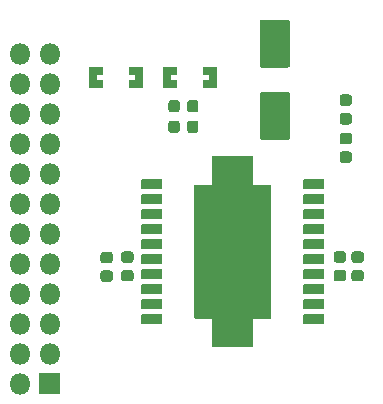
<source format=gbr>
%TF.GenerationSoftware,KiCad,Pcbnew,5.99.0-unknown-ad88874~101~ubuntu20.04.1*%
%TF.CreationDate,2020-05-19T21:45:09-04:00*%
%TF.ProjectId,L6205,4c363230-352e-46b6-9963-61645f706362,rev?*%
%TF.SameCoordinates,Original*%
%TF.FileFunction,Soldermask,Top*%
%TF.FilePolarity,Negative*%
%FSLAX46Y46*%
G04 Gerber Fmt 4.6, Leading zero omitted, Abs format (unit mm)*
G04 Created by KiCad (PCBNEW 5.99.0-unknown-ad88874~101~ubuntu20.04.1) date 2020-05-19 21:45:09*
%MOMM*%
%LPD*%
G01*
G04 APERTURE LIST*
%ADD10O,1.800000X1.800000*%
G04 APERTURE END LIST*
%TO.C,J1*%
G36*
G01*
X107834000Y-130468000D02*
X107834000Y-132168000D01*
G75*
G02*
X107784000Y-132218000I-50000J0D01*
G01*
X106084000Y-132218000D01*
G75*
G02*
X106034000Y-132168000I0J50000D01*
G01*
X106034000Y-130468000D01*
G75*
G02*
X106084000Y-130418000I50000J0D01*
G01*
X107784000Y-130418000D01*
G75*
G02*
X107834000Y-130468000I0J-50000D01*
G01*
G37*
D10*
X104394000Y-131318000D03*
X106934000Y-128778000D03*
X104394000Y-128778000D03*
X106934000Y-126238000D03*
X104394000Y-126238000D03*
X106934000Y-123698000D03*
X104394000Y-123698000D03*
X106934000Y-121158000D03*
X104394000Y-121158000D03*
X106934000Y-118618000D03*
X104394000Y-118618000D03*
X106934000Y-116078000D03*
X104394000Y-116078000D03*
X106934000Y-113538000D03*
X104394000Y-113538000D03*
X106934000Y-110998000D03*
X104394000Y-110998000D03*
X106934000Y-108458000D03*
X104394000Y-108458000D03*
X106934000Y-105918000D03*
X104394000Y-105918000D03*
X106934000Y-103378000D03*
X104394000Y-103378000D03*
%TD*%
%TO.C,U1*%
G36*
G01*
X114678000Y-114771502D02*
X114678000Y-114071502D01*
G75*
G02*
X114728000Y-114021502I50000J0D01*
G01*
X116428000Y-114021502D01*
G75*
G02*
X116478000Y-114071502I0J-50000D01*
G01*
X116478000Y-114771502D01*
G75*
G02*
X116428000Y-114821502I-50000J0D01*
G01*
X114728000Y-114821502D01*
G75*
G02*
X114678000Y-114771502I0J50000D01*
G01*
G37*
G36*
G01*
X119178000Y-125771502D02*
X119178000Y-114501502D01*
G75*
G02*
X119228000Y-114451502I50000J0D01*
G01*
X125628000Y-114451502D01*
G75*
G02*
X125678000Y-114501502I0J-50000D01*
G01*
X125678000Y-125771502D01*
G75*
G02*
X125628000Y-125821502I-50000J0D01*
G01*
X119228000Y-125821502D01*
G75*
G02*
X119178000Y-125771502I0J50000D01*
G01*
G37*
G36*
G01*
X114678000Y-116041502D02*
X114678000Y-115341502D01*
G75*
G02*
X114728000Y-115291502I50000J0D01*
G01*
X116428000Y-115291502D01*
G75*
G02*
X116478000Y-115341502I0J-50000D01*
G01*
X116478000Y-116041502D01*
G75*
G02*
X116428000Y-116091502I-50000J0D01*
G01*
X114728000Y-116091502D01*
G75*
G02*
X114678000Y-116041502I0J50000D01*
G01*
G37*
G36*
G01*
X114678000Y-117311502D02*
X114678000Y-116611502D01*
G75*
G02*
X114728000Y-116561502I50000J0D01*
G01*
X116428000Y-116561502D01*
G75*
G02*
X116478000Y-116611502I0J-50000D01*
G01*
X116478000Y-117311502D01*
G75*
G02*
X116428000Y-117361502I-50000J0D01*
G01*
X114728000Y-117361502D01*
G75*
G02*
X114678000Y-117311502I0J50000D01*
G01*
G37*
G36*
G01*
X114678000Y-118581502D02*
X114678000Y-117881502D01*
G75*
G02*
X114728000Y-117831502I50000J0D01*
G01*
X116428000Y-117831502D01*
G75*
G02*
X116478000Y-117881502I0J-50000D01*
G01*
X116478000Y-118581502D01*
G75*
G02*
X116428000Y-118631502I-50000J0D01*
G01*
X114728000Y-118631502D01*
G75*
G02*
X114678000Y-118581502I0J50000D01*
G01*
G37*
G36*
G01*
X114678000Y-119851502D02*
X114678000Y-119151502D01*
G75*
G02*
X114728000Y-119101502I50000J0D01*
G01*
X116428000Y-119101502D01*
G75*
G02*
X116478000Y-119151502I0J-50000D01*
G01*
X116478000Y-119851502D01*
G75*
G02*
X116428000Y-119901502I-50000J0D01*
G01*
X114728000Y-119901502D01*
G75*
G02*
X114678000Y-119851502I0J50000D01*
G01*
G37*
G36*
G01*
X114678000Y-121121502D02*
X114678000Y-120421502D01*
G75*
G02*
X114728000Y-120371502I50000J0D01*
G01*
X116428000Y-120371502D01*
G75*
G02*
X116478000Y-120421502I0J-50000D01*
G01*
X116478000Y-121121502D01*
G75*
G02*
X116428000Y-121171502I-50000J0D01*
G01*
X114728000Y-121171502D01*
G75*
G02*
X114678000Y-121121502I0J50000D01*
G01*
G37*
G36*
G01*
X114678000Y-122391502D02*
X114678000Y-121691502D01*
G75*
G02*
X114728000Y-121641502I50000J0D01*
G01*
X116428000Y-121641502D01*
G75*
G02*
X116478000Y-121691502I0J-50000D01*
G01*
X116478000Y-122391502D01*
G75*
G02*
X116428000Y-122441502I-50000J0D01*
G01*
X114728000Y-122441502D01*
G75*
G02*
X114678000Y-122391502I0J50000D01*
G01*
G37*
G36*
G01*
X114678000Y-123661502D02*
X114678000Y-122961502D01*
G75*
G02*
X114728000Y-122911502I50000J0D01*
G01*
X116428000Y-122911502D01*
G75*
G02*
X116478000Y-122961502I0J-50000D01*
G01*
X116478000Y-123661502D01*
G75*
G02*
X116428000Y-123711502I-50000J0D01*
G01*
X114728000Y-123711502D01*
G75*
G02*
X114678000Y-123661502I0J50000D01*
G01*
G37*
G36*
G01*
X114678000Y-124931502D02*
X114678000Y-124231502D01*
G75*
G02*
X114728000Y-124181502I50000J0D01*
G01*
X116428000Y-124181502D01*
G75*
G02*
X116478000Y-124231502I0J-50000D01*
G01*
X116478000Y-124931502D01*
G75*
G02*
X116428000Y-124981502I-50000J0D01*
G01*
X114728000Y-124981502D01*
G75*
G02*
X114678000Y-124931502I0J50000D01*
G01*
G37*
G36*
G01*
X114678000Y-126201502D02*
X114678000Y-125501502D01*
G75*
G02*
X114728000Y-125451502I50000J0D01*
G01*
X116428000Y-125451502D01*
G75*
G02*
X116478000Y-125501502I0J-50000D01*
G01*
X116478000Y-126201502D01*
G75*
G02*
X116428000Y-126251502I-50000J0D01*
G01*
X114728000Y-126251502D01*
G75*
G02*
X114678000Y-126201502I0J50000D01*
G01*
G37*
G36*
G01*
X128378000Y-126201502D02*
X128378000Y-125501502D01*
G75*
G02*
X128428000Y-125451502I50000J0D01*
G01*
X130128000Y-125451502D01*
G75*
G02*
X130178000Y-125501502I0J-50000D01*
G01*
X130178000Y-126201502D01*
G75*
G02*
X130128000Y-126251502I-50000J0D01*
G01*
X128428000Y-126251502D01*
G75*
G02*
X128378000Y-126201502I0J50000D01*
G01*
G37*
G36*
G01*
X128378000Y-124931502D02*
X128378000Y-124231502D01*
G75*
G02*
X128428000Y-124181502I50000J0D01*
G01*
X130128000Y-124181502D01*
G75*
G02*
X130178000Y-124231502I0J-50000D01*
G01*
X130178000Y-124931502D01*
G75*
G02*
X130128000Y-124981502I-50000J0D01*
G01*
X128428000Y-124981502D01*
G75*
G02*
X128378000Y-124931502I0J50000D01*
G01*
G37*
G36*
G01*
X128378000Y-123661502D02*
X128378000Y-122961502D01*
G75*
G02*
X128428000Y-122911502I50000J0D01*
G01*
X130128000Y-122911502D01*
G75*
G02*
X130178000Y-122961502I0J-50000D01*
G01*
X130178000Y-123661502D01*
G75*
G02*
X130128000Y-123711502I-50000J0D01*
G01*
X128428000Y-123711502D01*
G75*
G02*
X128378000Y-123661502I0J50000D01*
G01*
G37*
G36*
G01*
X128378000Y-122391502D02*
X128378000Y-121691502D01*
G75*
G02*
X128428000Y-121641502I50000J0D01*
G01*
X130128000Y-121641502D01*
G75*
G02*
X130178000Y-121691502I0J-50000D01*
G01*
X130178000Y-122391502D01*
G75*
G02*
X130128000Y-122441502I-50000J0D01*
G01*
X128428000Y-122441502D01*
G75*
G02*
X128378000Y-122391502I0J50000D01*
G01*
G37*
G36*
G01*
X128378000Y-121121502D02*
X128378000Y-120421502D01*
G75*
G02*
X128428000Y-120371502I50000J0D01*
G01*
X130128000Y-120371502D01*
G75*
G02*
X130178000Y-120421502I0J-50000D01*
G01*
X130178000Y-121121502D01*
G75*
G02*
X130128000Y-121171502I-50000J0D01*
G01*
X128428000Y-121171502D01*
G75*
G02*
X128378000Y-121121502I0J50000D01*
G01*
G37*
G36*
G01*
X128378000Y-119851502D02*
X128378000Y-119151502D01*
G75*
G02*
X128428000Y-119101502I50000J0D01*
G01*
X130128000Y-119101502D01*
G75*
G02*
X130178000Y-119151502I0J-50000D01*
G01*
X130178000Y-119851502D01*
G75*
G02*
X130128000Y-119901502I-50000J0D01*
G01*
X128428000Y-119901502D01*
G75*
G02*
X128378000Y-119851502I0J50000D01*
G01*
G37*
G36*
G01*
X128378000Y-118581502D02*
X128378000Y-117881502D01*
G75*
G02*
X128428000Y-117831502I50000J0D01*
G01*
X130128000Y-117831502D01*
G75*
G02*
X130178000Y-117881502I0J-50000D01*
G01*
X130178000Y-118581502D01*
G75*
G02*
X130128000Y-118631502I-50000J0D01*
G01*
X128428000Y-118631502D01*
G75*
G02*
X128378000Y-118581502I0J50000D01*
G01*
G37*
G36*
G01*
X128378000Y-117311502D02*
X128378000Y-116611502D01*
G75*
G02*
X128428000Y-116561502I50000J0D01*
G01*
X130128000Y-116561502D01*
G75*
G02*
X130178000Y-116611502I0J-50000D01*
G01*
X130178000Y-117311502D01*
G75*
G02*
X130128000Y-117361502I-50000J0D01*
G01*
X128428000Y-117361502D01*
G75*
G02*
X128378000Y-117311502I0J50000D01*
G01*
G37*
G36*
G01*
X128378000Y-116041502D02*
X128378000Y-115341502D01*
G75*
G02*
X128428000Y-115291502I50000J0D01*
G01*
X130128000Y-115291502D01*
G75*
G02*
X130178000Y-115341502I0J-50000D01*
G01*
X130178000Y-116041502D01*
G75*
G02*
X130128000Y-116091502I-50000J0D01*
G01*
X128428000Y-116091502D01*
G75*
G02*
X128378000Y-116041502I0J50000D01*
G01*
G37*
G36*
G01*
X128378000Y-114771502D02*
X128378000Y-114071502D01*
G75*
G02*
X128428000Y-114021502I50000J0D01*
G01*
X130128000Y-114021502D01*
G75*
G02*
X130178000Y-114071502I0J-50000D01*
G01*
X130178000Y-114771502D01*
G75*
G02*
X130128000Y-114821502I-50000J0D01*
G01*
X128428000Y-114821502D01*
G75*
G02*
X128378000Y-114771502I0J50000D01*
G01*
G37*
G36*
G01*
X120678000Y-114501502D02*
X120678000Y-112086502D01*
G75*
G02*
X120728000Y-112036502I50000J0D01*
G01*
X124128000Y-112036502D01*
G75*
G02*
X124178000Y-112086502I0J-50000D01*
G01*
X124178000Y-114501502D01*
G75*
G02*
X124128000Y-114551502I-50000J0D01*
G01*
X120728000Y-114551502D01*
G75*
G02*
X120678000Y-114501502I0J50000D01*
G01*
G37*
G36*
G01*
X120678000Y-128186502D02*
X120678000Y-125771502D01*
G75*
G02*
X120728000Y-125721502I50000J0D01*
G01*
X124128000Y-125721502D01*
G75*
G02*
X124178000Y-125771502I0J-50000D01*
G01*
X124178000Y-128186502D01*
G75*
G02*
X124128000Y-128236502I-50000J0D01*
G01*
X120728000Y-128236502D01*
G75*
G02*
X120678000Y-128186502I0J50000D01*
G01*
G37*
%TD*%
%TO.C,D2*%
G36*
X116510908Y-106242676D02*
G01*
X116500000Y-106211502D01*
X116500001Y-104561502D01*
X116518827Y-104522410D01*
X116550001Y-104511502D01*
X117650000Y-104511503D01*
X117689092Y-104530329D01*
X117700000Y-104561503D01*
X117700000Y-105136503D01*
X117681174Y-105175595D01*
X117650000Y-105186503D01*
X117200000Y-105186503D01*
X117200000Y-105586502D01*
X117650000Y-105586502D01*
X117689092Y-105605328D01*
X117700000Y-105636502D01*
X117699999Y-106211502D01*
X117681173Y-106250594D01*
X117649999Y-106261502D01*
X116550000Y-106261502D01*
X116510908Y-106242676D01*
G37*
G36*
X121089092Y-104530328D02*
G01*
X121100000Y-104561502D01*
X121100000Y-106211502D01*
X121081174Y-106250594D01*
X121050000Y-106261502D01*
X119950000Y-106261502D01*
X119910908Y-106242676D01*
X119900000Y-106211502D01*
X119900000Y-105636502D01*
X119918826Y-105597410D01*
X119950000Y-105586502D01*
X120400000Y-105586502D01*
X120400000Y-105186502D01*
X119950000Y-105186502D01*
X119910908Y-105167676D01*
X119900000Y-105136502D01*
X119900000Y-104561502D01*
X119918826Y-104522410D01*
X119950000Y-104511502D01*
X121050000Y-104511502D01*
X121089092Y-104530328D01*
G37*
%TD*%
%TO.C,D1*%
G36*
X110260908Y-106242676D02*
G01*
X110250000Y-106211502D01*
X110250001Y-104561502D01*
X110268827Y-104522410D01*
X110300001Y-104511502D01*
X111400000Y-104511503D01*
X111439092Y-104530329D01*
X111450000Y-104561503D01*
X111450000Y-105136503D01*
X111431174Y-105175595D01*
X111400000Y-105186503D01*
X110950000Y-105186503D01*
X110950000Y-105586502D01*
X111400000Y-105586502D01*
X111439092Y-105605328D01*
X111450000Y-105636502D01*
X111449999Y-106211502D01*
X111431173Y-106250594D01*
X111399999Y-106261502D01*
X110300000Y-106261502D01*
X110260908Y-106242676D01*
G37*
G36*
X114839092Y-104530328D02*
G01*
X114850000Y-104561502D01*
X114850000Y-106211502D01*
X114831174Y-106250594D01*
X114800000Y-106261502D01*
X113700000Y-106261502D01*
X113660908Y-106242676D01*
X113650000Y-106211502D01*
X113650000Y-105636502D01*
X113668826Y-105597410D01*
X113700000Y-105586502D01*
X114150000Y-105586502D01*
X114150000Y-105186502D01*
X113700000Y-105186502D01*
X113660908Y-105167676D01*
X113650000Y-105136502D01*
X113650000Y-104561502D01*
X113668826Y-104522410D01*
X113700000Y-104511502D01*
X114800000Y-104511502D01*
X114839092Y-104530328D01*
G37*
%TD*%
%TO.C,C4*%
G36*
G01*
X127040000Y-110686502D02*
X124960000Y-110686502D01*
G75*
G02*
X124700000Y-110426502I0J260000D01*
G01*
X124700000Y-106846502D01*
G75*
G02*
X124960000Y-106586502I260000J0D01*
G01*
X127040000Y-106586502D01*
G75*
G02*
X127300000Y-106846502I0J-260000D01*
G01*
X127300000Y-110426502D01*
G75*
G02*
X127040000Y-110686502I-260000J0D01*
G01*
G37*
G36*
G01*
X127040000Y-104586502D02*
X124960000Y-104586502D01*
G75*
G02*
X124700000Y-104326502I0J260000D01*
G01*
X124700000Y-100746502D01*
G75*
G02*
X124960000Y-100486502I260000J0D01*
G01*
X127040000Y-100486502D01*
G75*
G02*
X127300000Y-100746502I0J-260000D01*
G01*
X127300000Y-104326502D01*
G75*
G02*
X127040000Y-104586502I-260000J0D01*
G01*
G37*
%TD*%
%TO.C,R3*%
G36*
G01*
X119525000Y-107539252D02*
X119525000Y-108101752D01*
G75*
G02*
X119281250Y-108345502I-243750J0D01*
G01*
X118793750Y-108345502D01*
G75*
G02*
X118550000Y-108101752I0J243750D01*
G01*
X118550000Y-107539252D01*
G75*
G02*
X118793750Y-107295502I243750J0D01*
G01*
X119281250Y-107295502D01*
G75*
G02*
X119525000Y-107539252I0J-243750D01*
G01*
G37*
G36*
G01*
X117950000Y-107539252D02*
X117950000Y-108101752D01*
G75*
G02*
X117706250Y-108345502I-243750J0D01*
G01*
X117218750Y-108345502D01*
G75*
G02*
X116975000Y-108101752I0J243750D01*
G01*
X116975000Y-107539252D01*
G75*
G02*
X117218750Y-107295502I243750J0D01*
G01*
X117706250Y-107295502D01*
G75*
G02*
X117950000Y-107539252I0J-243750D01*
G01*
G37*
%TD*%
%TO.C,R2*%
G36*
G01*
X133281250Y-122661502D02*
X132718750Y-122661502D01*
G75*
G02*
X132475000Y-122417752I0J243750D01*
G01*
X132475000Y-121930252D01*
G75*
G02*
X132718750Y-121686502I243750J0D01*
G01*
X133281250Y-121686502D01*
G75*
G02*
X133525000Y-121930252I0J-243750D01*
G01*
X133525000Y-122417752D01*
G75*
G02*
X133281250Y-122661502I-243750J0D01*
G01*
G37*
G36*
G01*
X133281250Y-121086502D02*
X132718750Y-121086502D01*
G75*
G02*
X132475000Y-120842752I0J243750D01*
G01*
X132475000Y-120355252D01*
G75*
G02*
X132718750Y-120111502I243750J0D01*
G01*
X133281250Y-120111502D01*
G75*
G02*
X133525000Y-120355252I0J-243750D01*
G01*
X133525000Y-120842752D01*
G75*
G02*
X133281250Y-121086502I-243750J0D01*
G01*
G37*
%TD*%
%TO.C,R1*%
G36*
G01*
X112031250Y-121124002D02*
X111468750Y-121124002D01*
G75*
G02*
X111225000Y-120880252I0J243750D01*
G01*
X111225000Y-120392752D01*
G75*
G02*
X111468750Y-120149002I243750J0D01*
G01*
X112031250Y-120149002D01*
G75*
G02*
X112275000Y-120392752I0J-243750D01*
G01*
X112275000Y-120880252D01*
G75*
G02*
X112031250Y-121124002I-243750J0D01*
G01*
G37*
G36*
G01*
X112031250Y-122699002D02*
X111468750Y-122699002D01*
G75*
G02*
X111225000Y-122455252I0J243750D01*
G01*
X111225000Y-121967752D01*
G75*
G02*
X111468750Y-121724002I243750J0D01*
G01*
X112031250Y-121724002D01*
G75*
G02*
X112275000Y-121967752I0J-243750D01*
G01*
X112275000Y-122455252D01*
G75*
G02*
X112031250Y-122699002I-243750J0D01*
G01*
G37*
%TD*%
%TO.C,C6*%
G36*
G01*
X116975000Y-109851752D02*
X116975000Y-109289252D01*
G75*
G02*
X117218750Y-109045502I243750J0D01*
G01*
X117706250Y-109045502D01*
G75*
G02*
X117950000Y-109289252I0J-243750D01*
G01*
X117950000Y-109851752D01*
G75*
G02*
X117706250Y-110095502I-243750J0D01*
G01*
X117218750Y-110095502D01*
G75*
G02*
X116975000Y-109851752I0J243750D01*
G01*
G37*
G36*
G01*
X118550000Y-109851752D02*
X118550000Y-109289252D01*
G75*
G02*
X118793750Y-109045502I243750J0D01*
G01*
X119281250Y-109045502D01*
G75*
G02*
X119525000Y-109289252I0J-243750D01*
G01*
X119525000Y-109851752D01*
G75*
G02*
X119281250Y-110095502I-243750J0D01*
G01*
X118793750Y-110095502D01*
G75*
G02*
X118550000Y-109851752I0J243750D01*
G01*
G37*
%TD*%
%TO.C,C5*%
G36*
G01*
X131718750Y-110074002D02*
X132281250Y-110074002D01*
G75*
G02*
X132525000Y-110317752I0J-243750D01*
G01*
X132525000Y-110805252D01*
G75*
G02*
X132281250Y-111049002I-243750J0D01*
G01*
X131718750Y-111049002D01*
G75*
G02*
X131475000Y-110805252I0J243750D01*
G01*
X131475000Y-110317752D01*
G75*
G02*
X131718750Y-110074002I243750J0D01*
G01*
G37*
G36*
G01*
X131718750Y-111649002D02*
X132281250Y-111649002D01*
G75*
G02*
X132525000Y-111892752I0J-243750D01*
G01*
X132525000Y-112380252D01*
G75*
G02*
X132281250Y-112624002I-243750J0D01*
G01*
X131718750Y-112624002D01*
G75*
G02*
X131475000Y-112380252I0J243750D01*
G01*
X131475000Y-111892752D01*
G75*
G02*
X131718750Y-111649002I243750J0D01*
G01*
G37*
%TD*%
%TO.C,C3*%
G36*
G01*
X132281250Y-109374002D02*
X131718750Y-109374002D01*
G75*
G02*
X131475000Y-109130252I0J243750D01*
G01*
X131475000Y-108642752D01*
G75*
G02*
X131718750Y-108399002I243750J0D01*
G01*
X132281250Y-108399002D01*
G75*
G02*
X132525000Y-108642752I0J-243750D01*
G01*
X132525000Y-109130252D01*
G75*
G02*
X132281250Y-109374002I-243750J0D01*
G01*
G37*
G36*
G01*
X132281250Y-107799002D02*
X131718750Y-107799002D01*
G75*
G02*
X131475000Y-107555252I0J243750D01*
G01*
X131475000Y-107067752D01*
G75*
G02*
X131718750Y-106824002I243750J0D01*
G01*
X132281250Y-106824002D01*
G75*
G02*
X132525000Y-107067752I0J-243750D01*
G01*
X132525000Y-107555252D01*
G75*
G02*
X132281250Y-107799002I-243750J0D01*
G01*
G37*
%TD*%
%TO.C,C2*%
G36*
G01*
X131218750Y-120111502D02*
X131781250Y-120111502D01*
G75*
G02*
X132025000Y-120355252I0J-243750D01*
G01*
X132025000Y-120842752D01*
G75*
G02*
X131781250Y-121086502I-243750J0D01*
G01*
X131218750Y-121086502D01*
G75*
G02*
X130975000Y-120842752I0J243750D01*
G01*
X130975000Y-120355252D01*
G75*
G02*
X131218750Y-120111502I243750J0D01*
G01*
G37*
G36*
G01*
X131218750Y-121686502D02*
X131781250Y-121686502D01*
G75*
G02*
X132025000Y-121930252I0J-243750D01*
G01*
X132025000Y-122417752D01*
G75*
G02*
X131781250Y-122661502I-243750J0D01*
G01*
X131218750Y-122661502D01*
G75*
G02*
X130975000Y-122417752I0J243750D01*
G01*
X130975000Y-121930252D01*
G75*
G02*
X131218750Y-121686502I243750J0D01*
G01*
G37*
%TD*%
%TO.C,C1*%
G36*
G01*
X113218750Y-121686502D02*
X113781250Y-121686502D01*
G75*
G02*
X114025000Y-121930252I0J-243750D01*
G01*
X114025000Y-122417752D01*
G75*
G02*
X113781250Y-122661502I-243750J0D01*
G01*
X113218750Y-122661502D01*
G75*
G02*
X112975000Y-122417752I0J243750D01*
G01*
X112975000Y-121930252D01*
G75*
G02*
X113218750Y-121686502I243750J0D01*
G01*
G37*
G36*
G01*
X113218750Y-120111502D02*
X113781250Y-120111502D01*
G75*
G02*
X114025000Y-120355252I0J-243750D01*
G01*
X114025000Y-120842752D01*
G75*
G02*
X113781250Y-121086502I-243750J0D01*
G01*
X113218750Y-121086502D01*
G75*
G02*
X112975000Y-120842752I0J243750D01*
G01*
X112975000Y-120355252D01*
G75*
G02*
X113218750Y-120111502I243750J0D01*
G01*
G37*
%TD*%
M02*

</source>
